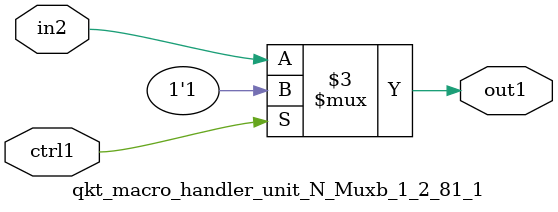
<source format=v>

`timescale 1ps / 1ps


module qkt_macro_handler_unit_N_Muxb_1_2_81_1( in2, ctrl1, out1 );

    input in2;
    input ctrl1;
    output out1;
    reg out1;

    
    // rtl_process:qkt_macro_handler_unit_N_Muxb_1_2_81_1/qkt_macro_handler_unit_N_Muxb_1_2_81_1_thread_1
    always @*
      begin : qkt_macro_handler_unit_N_Muxb_1_2_81_1_thread_1
        case (ctrl1) 
          1'b1: 
            begin
              out1 = 1'b1;
            end
          default: 
            begin
              out1 = in2;
            end
        endcase
      end

endmodule


</source>
